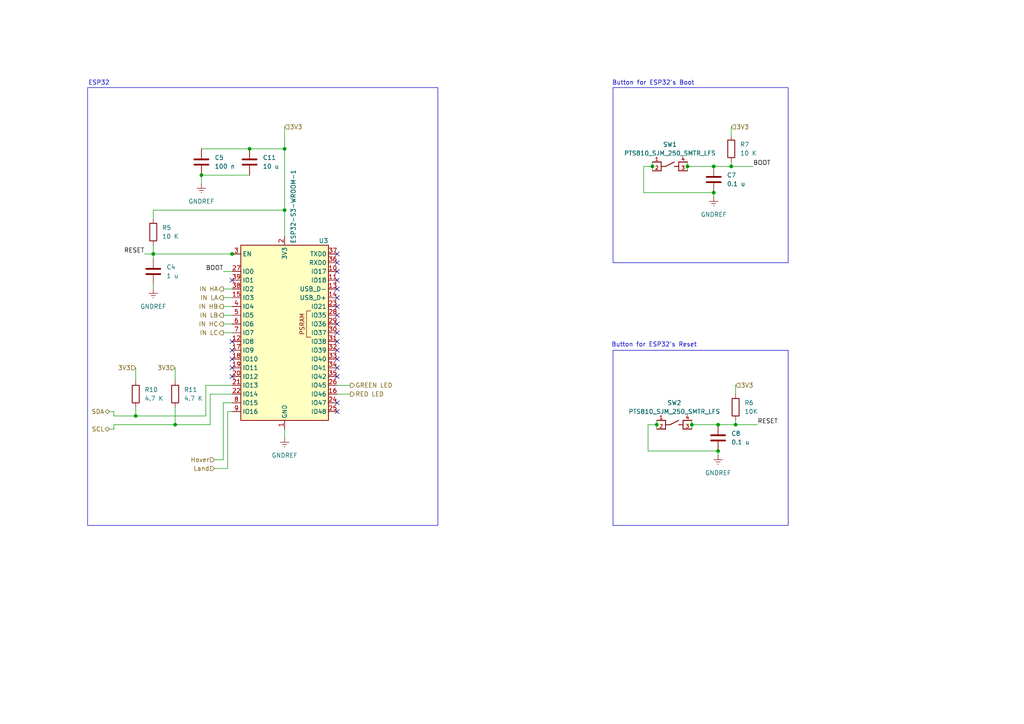
<source format=kicad_sch>
(kicad_sch
	(version 20250114)
	(generator "eeschema")
	(generator_version "9.0")
	(uuid "347ce5a3-a069-4566-8a5e-d6ff669c5f6d")
	(paper "A4")
	(lib_symbols
		(symbol "HMS_SSymbols_Library:C"
			(pin_numbers
				(hide yes)
			)
			(pin_names
				(offset 0.254)
			)
			(exclude_from_sim no)
			(in_bom yes)
			(on_board yes)
			(property "Reference" "C"
				(at 0.635 2.54 0)
				(effects
					(font
						(size 1.27 1.27)
					)
					(justify left)
				)
			)
			(property "Value" "C"
				(at 0.635 -2.54 0)
				(effects
					(font
						(size 1.27 1.27)
					)
					(justify left)
				)
			)
			(property "Footprint" ""
				(at 0.9652 -3.81 0)
				(effects
					(font
						(size 1.27 1.27)
					)
					(hide yes)
				)
			)
			(property "Datasheet" "~"
				(at 0 0 0)
				(effects
					(font
						(size 1.27 1.27)
					)
					(hide yes)
				)
			)
			(property "Description" "Unpolarized capacitor"
				(at 0 0 0)
				(effects
					(font
						(size 1.27 1.27)
					)
					(hide yes)
				)
			)
			(property "ki_keywords" "cap capacitor"
				(at 0 0 0)
				(effects
					(font
						(size 1.27 1.27)
					)
					(hide yes)
				)
			)
			(property "ki_fp_filters" "C_*"
				(at 0 0 0)
				(effects
					(font
						(size 1.27 1.27)
					)
					(hide yes)
				)
			)
			(symbol "C_0_1"
				(polyline
					(pts
						(xy -2.032 0.762) (xy 2.032 0.762)
					)
					(stroke
						(width 0.508)
						(type default)
					)
					(fill
						(type none)
					)
				)
				(polyline
					(pts
						(xy -2.032 -0.762) (xy 2.032 -0.762)
					)
					(stroke
						(width 0.508)
						(type default)
					)
					(fill
						(type none)
					)
				)
			)
			(symbol "C_1_1"
				(pin passive line
					(at 0 3.81 270)
					(length 2.794)
					(name "~"
						(effects
							(font
								(size 1.27 1.27)
							)
						)
					)
					(number "1"
						(effects
							(font
								(size 1.27 1.27)
							)
						)
					)
				)
				(pin passive line
					(at 0 -3.81 90)
					(length 2.794)
					(name "~"
						(effects
							(font
								(size 1.27 1.27)
							)
						)
					)
					(number "2"
						(effects
							(font
								(size 1.27 1.27)
							)
						)
					)
				)
			)
			(embedded_fonts no)
		)
		(symbol "HMS_SSymbols_Library:ESP32-S3-WROOM-1"
			(exclude_from_sim no)
			(in_bom yes)
			(on_board yes)
			(property "Reference" "U"
				(at -12.7 26.67 0)
				(effects
					(font
						(size 1.27 1.27)
					)
				)
			)
			(property "Value" "ESP32-S3-WROOM-1"
				(at 12.7 26.67 0)
				(effects
					(font
						(size 1.27 1.27)
					)
				)
			)
			(property "Footprint" "RF_Module:ESP32-S3-WROOM-1"
				(at 0 2.54 0)
				(effects
					(font
						(size 1.27 1.27)
					)
					(hide yes)
				)
			)
			(property "Datasheet" "https://www.espressif.com/sites/default/files/documentation/esp32-s3-wroom-1_wroom-1u_datasheet_en.pdf"
				(at 0 0 0)
				(effects
					(font
						(size 1.27 1.27)
					)
					(hide yes)
				)
			)
			(property "Description" "RF Module, ESP32-S3 SoC, Wi-Fi 802.11b/g/n, Bluetooth, BLE, 32-bit, 3.3V, onboard antenna, SMD"
				(at 0 0 0)
				(effects
					(font
						(size 1.27 1.27)
					)
					(hide yes)
				)
			)
			(property "ki_keywords" "RF Radio BT ESP ESP32-S3 Espressif onboard PCB antenna"
				(at 0 0 0)
				(effects
					(font
						(size 1.27 1.27)
					)
					(hide yes)
				)
			)
			(property "ki_fp_filters" "ESP32?S3?WROOM?1*"
				(at 0 0 0)
				(effects
					(font
						(size 1.27 1.27)
					)
					(hide yes)
				)
			)
			(symbol "ESP32-S3-WROOM-1_0_0"
				(rectangle
					(start -12.7 25.4)
					(end 12.7 -25.4)
					(stroke
						(width 0.254)
						(type default)
					)
					(fill
						(type background)
					)
				)
				(text "PSRAM"
					(at 5.08 2.54 900)
					(effects
						(font
							(size 1.27 1.27)
						)
					)
				)
			)
			(symbol "ESP32-S3-WROOM-1_0_1"
				(polyline
					(pts
						(xy 7.62 -1.27) (xy 6.35 -1.27) (xy 6.35 6.35) (xy 7.62 6.35)
					)
					(stroke
						(width 0)
						(type default)
					)
					(fill
						(type none)
					)
				)
			)
			(symbol "ESP32-S3-WROOM-1_1_1"
				(pin input line
					(at -15.24 22.86 0)
					(length 2.54)
					(name "EN"
						(effects
							(font
								(size 1.27 1.27)
							)
						)
					)
					(number "3"
						(effects
							(font
								(size 1.27 1.27)
							)
						)
					)
				)
				(pin bidirectional line
					(at -15.24 17.78 0)
					(length 2.54)
					(name "IO0"
						(effects
							(font
								(size 1.27 1.27)
							)
						)
					)
					(number "27"
						(effects
							(font
								(size 1.27 1.27)
							)
						)
					)
				)
				(pin bidirectional line
					(at -15.24 15.24 0)
					(length 2.54)
					(name "IO1"
						(effects
							(font
								(size 1.27 1.27)
							)
						)
					)
					(number "39"
						(effects
							(font
								(size 1.27 1.27)
							)
						)
					)
				)
				(pin bidirectional line
					(at -15.24 12.7 0)
					(length 2.54)
					(name "IO2"
						(effects
							(font
								(size 1.27 1.27)
							)
						)
					)
					(number "38"
						(effects
							(font
								(size 1.27 1.27)
							)
						)
					)
				)
				(pin bidirectional line
					(at -15.24 10.16 0)
					(length 2.54)
					(name "IO3"
						(effects
							(font
								(size 1.27 1.27)
							)
						)
					)
					(number "15"
						(effects
							(font
								(size 1.27 1.27)
							)
						)
					)
				)
				(pin bidirectional line
					(at -15.24 7.62 0)
					(length 2.54)
					(name "IO4"
						(effects
							(font
								(size 1.27 1.27)
							)
						)
					)
					(number "4"
						(effects
							(font
								(size 1.27 1.27)
							)
						)
					)
				)
				(pin bidirectional line
					(at -15.24 5.08 0)
					(length 2.54)
					(name "IO5"
						(effects
							(font
								(size 1.27 1.27)
							)
						)
					)
					(number "5"
						(effects
							(font
								(size 1.27 1.27)
							)
						)
					)
				)
				(pin bidirectional line
					(at -15.24 2.54 0)
					(length 2.54)
					(name "IO6"
						(effects
							(font
								(size 1.27 1.27)
							)
						)
					)
					(number "6"
						(effects
							(font
								(size 1.27 1.27)
							)
						)
					)
				)
				(pin bidirectional line
					(at -15.24 0 0)
					(length 2.54)
					(name "IO7"
						(effects
							(font
								(size 1.27 1.27)
							)
						)
					)
					(number "7"
						(effects
							(font
								(size 1.27 1.27)
							)
						)
					)
				)
				(pin bidirectional line
					(at -15.24 -2.54 0)
					(length 2.54)
					(name "IO8"
						(effects
							(font
								(size 1.27 1.27)
							)
						)
					)
					(number "12"
						(effects
							(font
								(size 1.27 1.27)
							)
						)
					)
				)
				(pin bidirectional line
					(at -15.24 -5.08 0)
					(length 2.54)
					(name "IO9"
						(effects
							(font
								(size 1.27 1.27)
							)
						)
					)
					(number "17"
						(effects
							(font
								(size 1.27 1.27)
							)
						)
					)
				)
				(pin bidirectional line
					(at -15.24 -7.62 0)
					(length 2.54)
					(name "IO10"
						(effects
							(font
								(size 1.27 1.27)
							)
						)
					)
					(number "18"
						(effects
							(font
								(size 1.27 1.27)
							)
						)
					)
				)
				(pin bidirectional line
					(at -15.24 -10.16 0)
					(length 2.54)
					(name "IO11"
						(effects
							(font
								(size 1.27 1.27)
							)
						)
					)
					(number "19"
						(effects
							(font
								(size 1.27 1.27)
							)
						)
					)
				)
				(pin bidirectional line
					(at -15.24 -12.7 0)
					(length 2.54)
					(name "IO12"
						(effects
							(font
								(size 1.27 1.27)
							)
						)
					)
					(number "20"
						(effects
							(font
								(size 1.27 1.27)
							)
						)
					)
				)
				(pin bidirectional line
					(at -15.24 -15.24 0)
					(length 2.54)
					(name "IO13"
						(effects
							(font
								(size 1.27 1.27)
							)
						)
					)
					(number "21"
						(effects
							(font
								(size 1.27 1.27)
							)
						)
					)
				)
				(pin bidirectional line
					(at -15.24 -17.78 0)
					(length 2.54)
					(name "IO14"
						(effects
							(font
								(size 1.27 1.27)
							)
						)
					)
					(number "22"
						(effects
							(font
								(size 1.27 1.27)
							)
						)
					)
				)
				(pin bidirectional line
					(at -15.24 -20.32 0)
					(length 2.54)
					(name "IO15"
						(effects
							(font
								(size 1.27 1.27)
							)
						)
					)
					(number "8"
						(effects
							(font
								(size 1.27 1.27)
							)
						)
					)
				)
				(pin bidirectional line
					(at -15.24 -22.86 0)
					(length 2.54)
					(name "IO16"
						(effects
							(font
								(size 1.27 1.27)
							)
						)
					)
					(number "9"
						(effects
							(font
								(size 1.27 1.27)
							)
						)
					)
				)
				(pin power_in line
					(at 0 27.94 270)
					(length 2.54)
					(name "3V3"
						(effects
							(font
								(size 1.27 1.27)
							)
						)
					)
					(number "2"
						(effects
							(font
								(size 1.27 1.27)
							)
						)
					)
				)
				(pin power_in line
					(at 0 -27.94 90)
					(length 2.54)
					(name "GND"
						(effects
							(font
								(size 1.27 1.27)
							)
						)
					)
					(number "1"
						(effects
							(font
								(size 1.27 1.27)
							)
						)
					)
				)
				(pin passive line
					(at 0 -27.94 90)
					(length 2.54)
					(hide yes)
					(name "GND"
						(effects
							(font
								(size 1.27 1.27)
							)
						)
					)
					(number "40"
						(effects
							(font
								(size 1.27 1.27)
							)
						)
					)
				)
				(pin passive line
					(at 0 -27.94 90)
					(length 2.54)
					(hide yes)
					(name "GND"
						(effects
							(font
								(size 1.27 1.27)
							)
						)
					)
					(number "41"
						(effects
							(font
								(size 1.27 1.27)
							)
						)
					)
				)
				(pin bidirectional line
					(at 15.24 22.86 180)
					(length 2.54)
					(name "TXD0"
						(effects
							(font
								(size 1.27 1.27)
							)
						)
					)
					(number "37"
						(effects
							(font
								(size 1.27 1.27)
							)
						)
					)
				)
				(pin bidirectional line
					(at 15.24 20.32 180)
					(length 2.54)
					(name "RXD0"
						(effects
							(font
								(size 1.27 1.27)
							)
						)
					)
					(number "36"
						(effects
							(font
								(size 1.27 1.27)
							)
						)
					)
				)
				(pin bidirectional line
					(at 15.24 17.78 180)
					(length 2.54)
					(name "IO17"
						(effects
							(font
								(size 1.27 1.27)
							)
						)
					)
					(number "10"
						(effects
							(font
								(size 1.27 1.27)
							)
						)
					)
				)
				(pin bidirectional line
					(at 15.24 15.24 180)
					(length 2.54)
					(name "IO18"
						(effects
							(font
								(size 1.27 1.27)
							)
						)
					)
					(number "11"
						(effects
							(font
								(size 1.27 1.27)
							)
						)
					)
				)
				(pin bidirectional line
					(at 15.24 12.7 180)
					(length 2.54)
					(name "USB_D-"
						(effects
							(font
								(size 1.27 1.27)
							)
						)
					)
					(number "13"
						(effects
							(font
								(size 1.27 1.27)
							)
						)
					)
					(alternate "IO19" bidirectional line)
				)
				(pin bidirectional line
					(at 15.24 10.16 180)
					(length 2.54)
					(name "USB_D+"
						(effects
							(font
								(size 1.27 1.27)
							)
						)
					)
					(number "14"
						(effects
							(font
								(size 1.27 1.27)
							)
						)
					)
					(alternate "IO20" bidirectional line)
				)
				(pin bidirectional line
					(at 15.24 7.62 180)
					(length 2.54)
					(name "IO21"
						(effects
							(font
								(size 1.27 1.27)
							)
						)
					)
					(number "23"
						(effects
							(font
								(size 1.27 1.27)
							)
						)
					)
				)
				(pin bidirectional line
					(at 15.24 5.08 180)
					(length 2.54)
					(name "IO35"
						(effects
							(font
								(size 1.27 1.27)
							)
						)
					)
					(number "28"
						(effects
							(font
								(size 1.27 1.27)
							)
						)
					)
				)
				(pin bidirectional line
					(at 15.24 2.54 180)
					(length 2.54)
					(name "IO36"
						(effects
							(font
								(size 1.27 1.27)
							)
						)
					)
					(number "29"
						(effects
							(font
								(size 1.27 1.27)
							)
						)
					)
				)
				(pin bidirectional line
					(at 15.24 0 180)
					(length 2.54)
					(name "IO37"
						(effects
							(font
								(size 1.27 1.27)
							)
						)
					)
					(number "30"
						(effects
							(font
								(size 1.27 1.27)
							)
						)
					)
				)
				(pin bidirectional line
					(at 15.24 -2.54 180)
					(length 2.54)
					(name "IO38"
						(effects
							(font
								(size 1.27 1.27)
							)
						)
					)
					(number "31"
						(effects
							(font
								(size 1.27 1.27)
							)
						)
					)
				)
				(pin bidirectional line
					(at 15.24 -5.08 180)
					(length 2.54)
					(name "IO39"
						(effects
							(font
								(size 1.27 1.27)
							)
						)
					)
					(number "32"
						(effects
							(font
								(size 1.27 1.27)
							)
						)
					)
				)
				(pin bidirectional line
					(at 15.24 -7.62 180)
					(length 2.54)
					(name "IO40"
						(effects
							(font
								(size 1.27 1.27)
							)
						)
					)
					(number "33"
						(effects
							(font
								(size 1.27 1.27)
							)
						)
					)
				)
				(pin bidirectional line
					(at 15.24 -10.16 180)
					(length 2.54)
					(name "IO41"
						(effects
							(font
								(size 1.27 1.27)
							)
						)
					)
					(number "34"
						(effects
							(font
								(size 1.27 1.27)
							)
						)
					)
				)
				(pin bidirectional line
					(at 15.24 -12.7 180)
					(length 2.54)
					(name "IO42"
						(effects
							(font
								(size 1.27 1.27)
							)
						)
					)
					(number "35"
						(effects
							(font
								(size 1.27 1.27)
							)
						)
					)
				)
				(pin bidirectional line
					(at 15.24 -15.24 180)
					(length 2.54)
					(name "IO45"
						(effects
							(font
								(size 1.27 1.27)
							)
						)
					)
					(number "26"
						(effects
							(font
								(size 1.27 1.27)
							)
						)
					)
				)
				(pin bidirectional line
					(at 15.24 -17.78 180)
					(length 2.54)
					(name "IO46"
						(effects
							(font
								(size 1.27 1.27)
							)
						)
					)
					(number "16"
						(effects
							(font
								(size 1.27 1.27)
							)
						)
					)
				)
				(pin bidirectional line
					(at 15.24 -20.32 180)
					(length 2.54)
					(name "IO47"
						(effects
							(font
								(size 1.27 1.27)
							)
						)
					)
					(number "24"
						(effects
							(font
								(size 1.27 1.27)
							)
						)
					)
				)
				(pin bidirectional line
					(at 15.24 -22.86 180)
					(length 2.54)
					(name "IO48"
						(effects
							(font
								(size 1.27 1.27)
							)
						)
					)
					(number "25"
						(effects
							(font
								(size 1.27 1.27)
							)
						)
					)
				)
			)
			(embedded_fonts no)
		)
		(symbol "HMS_SSymbols_Library:GNDREF"
			(power)
			(pin_numbers
				(hide yes)
			)
			(pin_names
				(offset 0)
				(hide yes)
			)
			(exclude_from_sim no)
			(in_bom yes)
			(on_board yes)
			(property "Reference" "#PWR"
				(at 0 -6.35 0)
				(effects
					(font
						(size 1.27 1.27)
					)
					(hide yes)
				)
			)
			(property "Value" "GNDREF"
				(at 0 -3.81 0)
				(effects
					(font
						(size 1.27 1.27)
					)
				)
			)
			(property "Footprint" ""
				(at 0 0 0)
				(effects
					(font
						(size 1.27 1.27)
					)
					(hide yes)
				)
			)
			(property "Datasheet" ""
				(at 0 0 0)
				(effects
					(font
						(size 1.27 1.27)
					)
					(hide yes)
				)
			)
			(property "Description" "Power symbol creates a global label with name \"GNDREF\" , reference supply ground"
				(at 0 0 0)
				(effects
					(font
						(size 1.27 1.27)
					)
					(hide yes)
				)
			)
			(property "ki_keywords" "global power"
				(at 0 0 0)
				(effects
					(font
						(size 1.27 1.27)
					)
					(hide yes)
				)
			)
			(symbol "GNDREF_0_1"
				(polyline
					(pts
						(xy -0.635 -1.905) (xy 0.635 -1.905)
					)
					(stroke
						(width 0)
						(type default)
					)
					(fill
						(type none)
					)
				)
				(polyline
					(pts
						(xy -0.127 -2.54) (xy 0.127 -2.54)
					)
					(stroke
						(width 0)
						(type default)
					)
					(fill
						(type none)
					)
				)
				(polyline
					(pts
						(xy 0 -1.27) (xy 0 0)
					)
					(stroke
						(width 0)
						(type default)
					)
					(fill
						(type none)
					)
				)
				(polyline
					(pts
						(xy 1.27 -1.27) (xy -1.27 -1.27)
					)
					(stroke
						(width 0)
						(type default)
					)
					(fill
						(type none)
					)
				)
			)
			(symbol "GNDREF_1_1"
				(pin power_in line
					(at 0 0 270)
					(length 0)
					(name "~"
						(effects
							(font
								(size 1.27 1.27)
							)
						)
					)
					(number "1"
						(effects
							(font
								(size 1.27 1.27)
							)
						)
					)
				)
			)
			(embedded_fonts no)
		)
		(symbol "HMS_SSymbols_Library:PTS810_SJM_250_SMTR_LFS"
			(pin_names
				(offset 1.016)
			)
			(exclude_from_sim no)
			(in_bom yes)
			(on_board yes)
			(property "Reference" "SW"
				(at -3.81 1.27 0)
				(effects
					(font
						(size 1.27 1.27)
					)
					(justify left bottom)
				)
			)
			(property "Value" "PTS810_SJM_250_SMTR_LFS"
				(at -5.08 -6.35 0)
				(effects
					(font
						(size 1.27 1.27)
					)
					(justify left bottom)
				)
			)
			(property "Footprint" "PTS810_SJM_250_SMTR_LFS:SW_PTS810_SJM_250_SMTR_LFS"
				(at 0 0 0)
				(effects
					(font
						(size 1.27 1.27)
					)
					(justify bottom)
					(hide yes)
				)
			)
			(property "Datasheet" ""
				(at 0 0 0)
				(effects
					(font
						(size 1.27 1.27)
					)
					(hide yes)
				)
			)
			(property "Description" ""
				(at 0 0 0)
				(effects
					(font
						(size 1.27 1.27)
					)
					(hide yes)
				)
			)
			(property "MANUFACTURER" "CnK"
				(at 0 0 0)
				(effects
					(font
						(size 1.27 1.27)
					)
					(justify bottom)
					(hide yes)
				)
			)
			(property "STANDARD" "Manufacturer Recommendations"
				(at 0 0 0)
				(effects
					(font
						(size 1.27 1.27)
					)
					(justify bottom)
					(hide yes)
				)
			)
			(symbol "PTS810_SJM_250_SMTR_LFS_0_0"
				(polyline
					(pts
						(xy -2.54 0) (xy -5.08 0)
					)
					(stroke
						(width 0.254)
						(type default)
					)
					(fill
						(type none)
					)
				)
				(polyline
					(pts
						(xy -2.54 0) (xy -2.54 -2.54)
					)
					(stroke
						(width 0.254)
						(type default)
					)
					(fill
						(type none)
					)
				)
				(polyline
					(pts
						(xy -2.54 -1.27) (xy -1.27 -1.27)
					)
					(stroke
						(width 0.254)
						(type default)
					)
					(fill
						(type none)
					)
				)
				(polyline
					(pts
						(xy -2.54 -2.54) (xy -5.08 -2.54)
					)
					(stroke
						(width 0.254)
						(type default)
					)
					(fill
						(type none)
					)
				)
				(polyline
					(pts
						(xy -1.27 -1.27) (xy 1.27 0)
					)
					(stroke
						(width 0.254)
						(type default)
					)
					(fill
						(type none)
					)
				)
				(polyline
					(pts
						(xy 1.27 -1.27) (xy 2.54 -1.27)
					)
					(stroke
						(width 0.254)
						(type default)
					)
					(fill
						(type none)
					)
				)
				(polyline
					(pts
						(xy 2.54 0) (xy 2.54 -2.54)
					)
					(stroke
						(width 0.254)
						(type default)
					)
					(fill
						(type none)
					)
				)
				(polyline
					(pts
						(xy 2.54 0) (xy 5.08 0)
					)
					(stroke
						(width 0.254)
						(type default)
					)
					(fill
						(type none)
					)
				)
				(polyline
					(pts
						(xy 2.54 -2.54) (xy 5.08 -2.54)
					)
					(stroke
						(width 0.254)
						(type default)
					)
					(fill
						(type none)
					)
				)
				(pin passive line
					(at -5.08 0 0)
					(length 2.54)
					(name "~"
						(effects
							(font
								(size 1.016 1.016)
							)
						)
					)
					(number "1"
						(effects
							(font
								(size 1.016 1.016)
							)
						)
					)
				)
				(pin passive line
					(at -5.08 -2.54 0)
					(length 2.54)
					(name "~"
						(effects
							(font
								(size 1.016 1.016)
							)
						)
					)
					(number "2"
						(effects
							(font
								(size 1.016 1.016)
							)
						)
					)
				)
				(pin passive line
					(at 5.08 0 180)
					(length 2.54)
					(name "~"
						(effects
							(font
								(size 1.016 1.016)
							)
						)
					)
					(number "4"
						(effects
							(font
								(size 1.016 1.016)
							)
						)
					)
				)
				(pin passive line
					(at 5.08 -2.54 180)
					(length 2.54)
					(name "~"
						(effects
							(font
								(size 1.016 1.016)
							)
						)
					)
					(number "3"
						(effects
							(font
								(size 1.016 1.016)
							)
						)
					)
				)
			)
			(embedded_fonts no)
		)
		(symbol "HMS_SSymbols_Library:R"
			(pin_numbers
				(hide yes)
			)
			(pin_names
				(offset 0)
			)
			(exclude_from_sim no)
			(in_bom yes)
			(on_board yes)
			(property "Reference" "R"
				(at 2.032 0 90)
				(effects
					(font
						(size 1.27 1.27)
					)
				)
			)
			(property "Value" "R"
				(at 0 0 90)
				(effects
					(font
						(size 1.27 1.27)
					)
				)
			)
			(property "Footprint" ""
				(at -1.778 0 90)
				(effects
					(font
						(size 1.27 1.27)
					)
					(hide yes)
				)
			)
			(property "Datasheet" "~"
				(at 0 0 0)
				(effects
					(font
						(size 1.27 1.27)
					)
					(hide yes)
				)
			)
			(property "Description" "Resistor"
				(at 0 0 0)
				(effects
					(font
						(size 1.27 1.27)
					)
					(hide yes)
				)
			)
			(property "ki_keywords" "R res resistor"
				(at 0 0 0)
				(effects
					(font
						(size 1.27 1.27)
					)
					(hide yes)
				)
			)
			(property "ki_fp_filters" "R_*"
				(at 0 0 0)
				(effects
					(font
						(size 1.27 1.27)
					)
					(hide yes)
				)
			)
			(symbol "R_0_1"
				(rectangle
					(start -1.016 -2.54)
					(end 1.016 2.54)
					(stroke
						(width 0.254)
						(type default)
					)
					(fill
						(type none)
					)
				)
			)
			(symbol "R_1_1"
				(pin passive line
					(at 0 3.81 270)
					(length 1.27)
					(name "~"
						(effects
							(font
								(size 1.27 1.27)
							)
						)
					)
					(number "1"
						(effects
							(font
								(size 1.27 1.27)
							)
						)
					)
				)
				(pin passive line
					(at 0 -3.81 90)
					(length 1.27)
					(name "~"
						(effects
							(font
								(size 1.27 1.27)
							)
						)
					)
					(number "2"
						(effects
							(font
								(size 1.27 1.27)
							)
						)
					)
				)
			)
			(embedded_fonts no)
		)
	)
	(rectangle
		(start 177.8 25.4)
		(end 228.6 76.2)
		(stroke
			(width 0)
			(type default)
		)
		(fill
			(type none)
		)
		(uuid 511da302-4198-4e78-bddc-4caf39e525b7)
	)
	(rectangle
		(start 177.8 101.6)
		(end 228.6 152.4)
		(stroke
			(width 0)
			(type default)
		)
		(fill
			(type none)
		)
		(uuid 6f84ca28-293d-455c-8497-be2dcba90f62)
	)
	(rectangle
		(start 25.4 25.4)
		(end 127 152.4)
		(stroke
			(width 0)
			(type default)
		)
		(fill
			(type none)
		)
		(uuid e74ca1a8-c2bd-4fee-9767-71c1722417c6)
	)
	(text "ESP32"
		(exclude_from_sim no)
		(at 28.702 24.13 0)
		(effects
			(font
				(size 1.27 1.27)
			)
		)
		(uuid "53a321e6-cf80-4177-bc44-7d1e796be1d5")
	)
	(text "Button for ESP32's Boot"
		(exclude_from_sim no)
		(at 189.484 24.13 0)
		(effects
			(font
				(size 1.27 1.27)
			)
		)
		(uuid "665172cc-c13f-408e-81a8-30c2a1d93ab9")
	)
	(text "Button for ESP32's Reset"
		(exclude_from_sim no)
		(at 189.738 100.076 0)
		(effects
			(font
				(size 1.27 1.27)
			)
		)
		(uuid "b94efa97-0cb6-4ec9-b9d0-4d7ae5642e7b")
	)
	(junction
		(at 207.01 55.88)
		(diameter 0)
		(color 0 0 0 0)
		(uuid "02006c97-fe3f-4ec5-8bf0-21c2db40c3e4")
	)
	(junction
		(at 39.37 120.65)
		(diameter 0)
		(color 0 0 0 0)
		(uuid "02fe17bd-5459-4f8a-912b-1beafc3568b7")
	)
	(junction
		(at 208.28 130.81)
		(diameter 0)
		(color 0 0 0 0)
		(uuid "0d8e93ad-1c50-406f-bd56-8d51218c0e1e")
	)
	(junction
		(at 82.55 43.18)
		(diameter 0)
		(color 0 0 0 0)
		(uuid "385bf7d2-569f-486a-ac59-da0d87c192a1")
	)
	(junction
		(at 207.01 48.26)
		(diameter 0)
		(color 0 0 0 0)
		(uuid "44959eb3-98b9-4e8e-9981-aa56c4e1f61d")
	)
	(junction
		(at 67.31 73.66)
		(diameter 0)
		(color 0 0 0 0)
		(uuid "4b33348d-6e2c-430d-bede-6ad26a2be4f6")
	)
	(junction
		(at 44.45 73.66)
		(diameter 0)
		(color 0 0 0 0)
		(uuid "68709498-8a5c-476e-9616-b56617a96ead")
	)
	(junction
		(at 50.8 123.19)
		(diameter 0)
		(color 0 0 0 0)
		(uuid "7c036315-6a4c-4a2d-b2c2-ef43586374d1")
	)
	(junction
		(at 213.36 123.19)
		(diameter 0)
		(color 0 0 0 0)
		(uuid "823e6be6-d202-4620-a88a-96bd1e42ad30")
	)
	(junction
		(at 199.39 48.26)
		(diameter 0)
		(color 0 0 0 0)
		(uuid "8a36580b-74bb-4ffc-a34d-f01b46763666")
	)
	(junction
		(at 200.66 123.19)
		(diameter 0)
		(color 0 0 0 0)
		(uuid "92d9fd93-e517-4b50-a48e-ab1439a2d84a")
	)
	(junction
		(at 190.5 123.19)
		(diameter 0)
		(color 0 0 0 0)
		(uuid "9da5742e-f1c6-4297-9969-83bf70eb92b1")
	)
	(junction
		(at 212.09 48.26)
		(diameter 0)
		(color 0 0 0 0)
		(uuid "a40ab2ee-174e-4c15-97dd-22f526c79511")
	)
	(junction
		(at 208.28 123.19)
		(diameter 0)
		(color 0 0 0 0)
		(uuid "ae0eeaee-15af-4ed3-89cd-3ea24c8a75a0")
	)
	(junction
		(at 189.23 48.26)
		(diameter 0)
		(color 0 0 0 0)
		(uuid "caeeeb18-0bae-42a6-b093-5eafbd732ae2")
	)
	(junction
		(at 58.42 50.8)
		(diameter 0)
		(color 0 0 0 0)
		(uuid "ccb00a6b-5d86-4832-a57c-82bdab5522f2")
	)
	(junction
		(at 72.39 43.18)
		(diameter 0)
		(color 0 0 0 0)
		(uuid "d34c6a52-5ad9-48be-b58a-fd9dce3e1253")
	)
	(junction
		(at 82.55 60.96)
		(diameter 0)
		(color 0 0 0 0)
		(uuid "fcc304a0-001c-412f-b0f4-d3367c0dfdff")
	)
	(no_connect
		(at 97.79 109.22)
		(uuid "0d4f21a0-5474-45e8-a66a-55ffa9712345")
	)
	(no_connect
		(at 97.79 93.98)
		(uuid "0e8ab41b-5266-4968-ae14-286dcee0e779")
	)
	(no_connect
		(at 97.79 104.14)
		(uuid "173acc47-02bf-49e5-9c87-15b9095ef065")
	)
	(no_connect
		(at 97.79 76.2)
		(uuid "17a27061-00c9-444c-893a-c587f15933cc")
	)
	(no_connect
		(at 97.79 106.68)
		(uuid "2825c0f4-fd45-4293-a265-d833fba6a525")
	)
	(no_connect
		(at 67.31 109.22)
		(uuid "2a758d45-bde0-410e-8ff7-7e876bf0b05c")
	)
	(no_connect
		(at 97.79 96.52)
		(uuid "2e78c775-e806-48b4-948e-cc390b7873fe")
	)
	(no_connect
		(at 67.31 104.14)
		(uuid "3139b4c0-4af4-4d1d-a816-4b812ebbd4e2")
	)
	(no_connect
		(at 97.79 81.28)
		(uuid "3e136c86-e2bf-40a0-929f-20985785dd0b")
	)
	(no_connect
		(at 97.79 116.84)
		(uuid "67e3c903-0bcc-4756-b69f-0697aa516aeb")
	)
	(no_connect
		(at 67.31 101.6)
		(uuid "6f96938c-2b8d-4981-90cc-61dbe80699c9")
	)
	(no_connect
		(at 97.79 78.74)
		(uuid "78ff78d1-0b12-4c5b-af3f-e90f4cfad076")
	)
	(no_connect
		(at 97.79 119.38)
		(uuid "7db4f81e-49f0-439a-b923-3057e31d9e53")
	)
	(no_connect
		(at 67.31 99.06)
		(uuid "93db28e1-beda-4ab3-98ed-1b26d5a2d221")
	)
	(no_connect
		(at 67.31 81.28)
		(uuid "9e0dcbc0-d759-4270-bbda-b61e16ba4274")
	)
	(no_connect
		(at 97.79 83.82)
		(uuid "a10f8938-22c0-4476-be89-5cfa1e7a8911")
	)
	(no_connect
		(at 97.79 101.6)
		(uuid "b734c262-a1bc-4d7f-a775-ad6b4435a448")
	)
	(no_connect
		(at 97.79 99.06)
		(uuid "c1e87cf0-b128-4789-9c3c-a1627a9999f8")
	)
	(no_connect
		(at 97.79 73.66)
		(uuid "ecff4ee9-a833-405f-82e0-6473b634ba9d")
	)
	(no_connect
		(at 97.79 88.9)
		(uuid "ed652444-00a0-4c3f-b364-540c616541fc")
	)
	(no_connect
		(at 97.79 91.44)
		(uuid "ed9bf357-b02a-43bb-9703-71a9bc3f40cc")
	)
	(no_connect
		(at 67.31 106.68)
		(uuid "f3083cfd-f578-4e81-ada5-a0cf404c4816")
	)
	(no_connect
		(at 97.79 86.36)
		(uuid "f350dcea-12a0-4d30-a905-811bc06e5697")
	)
	(wire
		(pts
			(xy 44.45 73.66) (xy 44.45 74.93)
		)
		(stroke
			(width 0)
			(type default)
		)
		(uuid "03e6b301-5395-4947-bfa5-76674efd6e20")
	)
	(wire
		(pts
			(xy 72.39 43.18) (xy 82.55 43.18)
		)
		(stroke
			(width 0)
			(type default)
		)
		(uuid "08072f08-e0ae-41bc-a2a9-3a032ae8ebf4")
	)
	(wire
		(pts
			(xy 58.42 43.18) (xy 72.39 43.18)
		)
		(stroke
			(width 0)
			(type default)
		)
		(uuid "0807bac5-f3bd-4842-aa95-535bc380d121")
	)
	(wire
		(pts
			(xy 64.77 91.44) (xy 67.31 91.44)
		)
		(stroke
			(width 0)
			(type default)
		)
		(uuid "0c7fe252-a354-4cc1-a698-80d0e7cfc31a")
	)
	(wire
		(pts
			(xy 64.77 93.98) (xy 67.31 93.98)
		)
		(stroke
			(width 0)
			(type default)
		)
		(uuid "1bce25d6-11f9-45fc-86a0-937a282784f7")
	)
	(wire
		(pts
			(xy 186.69 48.26) (xy 189.23 48.26)
		)
		(stroke
			(width 0)
			(type default)
		)
		(uuid "1e1200f4-27f9-4365-92cb-7c66ecace9cb")
	)
	(wire
		(pts
			(xy 82.55 43.18) (xy 82.55 60.96)
		)
		(stroke
			(width 0)
			(type default)
		)
		(uuid "23db3e62-0175-4381-ae21-db9c29df50af")
	)
	(wire
		(pts
			(xy 67.31 111.76) (xy 59.69 111.76)
		)
		(stroke
			(width 0)
			(type default)
		)
		(uuid "2419ed0e-c3f2-4f20-97be-1f50df1dcf12")
	)
	(wire
		(pts
			(xy 213.36 121.92) (xy 213.36 123.19)
		)
		(stroke
			(width 0)
			(type default)
		)
		(uuid "29aaa929-bb84-4cc7-9d1e-839d75f3e600")
	)
	(wire
		(pts
			(xy 64.77 96.52) (xy 67.31 96.52)
		)
		(stroke
			(width 0)
			(type default)
		)
		(uuid "2a9ae2b0-a820-4cc5-b34c-c84a4d4a5f5f")
	)
	(wire
		(pts
			(xy 33.02 120.65) (xy 39.37 120.65)
		)
		(stroke
			(width 0)
			(type default)
		)
		(uuid "323010df-87d1-4a67-b255-a33c9bf90bd1")
	)
	(wire
		(pts
			(xy 82.55 60.96) (xy 82.55 68.58)
		)
		(stroke
			(width 0)
			(type default)
		)
		(uuid "395dab93-8f9c-4af9-b3cc-d77abef228d0")
	)
	(wire
		(pts
			(xy 200.66 123.19) (xy 200.66 124.46)
		)
		(stroke
			(width 0)
			(type default)
		)
		(uuid "3b792596-5570-48ac-8638-fc97fbe7b12f")
	)
	(wire
		(pts
			(xy 64.77 133.35) (xy 64.77 116.84)
		)
		(stroke
			(width 0)
			(type default)
		)
		(uuid "40ef8a24-8ea2-4662-88c2-4df27c7dc5c9")
	)
	(wire
		(pts
			(xy 213.36 123.19) (xy 219.71 123.19)
		)
		(stroke
			(width 0)
			(type default)
		)
		(uuid "411b529a-c941-4ef0-b7b1-f15f503c4429")
	)
	(wire
		(pts
			(xy 208.28 130.81) (xy 208.28 132.08)
		)
		(stroke
			(width 0)
			(type default)
		)
		(uuid "422149ca-a571-414e-9ada-46c71cc1ca15")
	)
	(wire
		(pts
			(xy 208.28 123.19) (xy 213.36 123.19)
		)
		(stroke
			(width 0)
			(type default)
		)
		(uuid "45749b7d-d713-4738-93cf-ec1ac602b840")
	)
	(wire
		(pts
			(xy 58.42 50.8) (xy 72.39 50.8)
		)
		(stroke
			(width 0)
			(type default)
		)
		(uuid "47349819-aba0-410f-8db1-0dd17046784a")
	)
	(wire
		(pts
			(xy 50.8 106.68) (xy 50.8 110.49)
		)
		(stroke
			(width 0)
			(type default)
		)
		(uuid "474b9be7-7a79-4813-a1a0-73f147c8f863")
	)
	(wire
		(pts
			(xy 39.37 118.11) (xy 39.37 120.65)
		)
		(stroke
			(width 0)
			(type default)
		)
		(uuid "47d2f7fa-530a-4dd2-a82d-e2c9ed286350")
	)
	(wire
		(pts
			(xy 199.39 48.26) (xy 199.39 49.53)
		)
		(stroke
			(width 0)
			(type default)
		)
		(uuid "4d3a0736-ce8b-44c7-aa77-db560b23a161")
	)
	(wire
		(pts
			(xy 58.42 50.8) (xy 58.42 53.34)
		)
		(stroke
			(width 0)
			(type default)
		)
		(uuid "4ee7b72a-827f-40fd-abc6-49a994719a24")
	)
	(wire
		(pts
			(xy 213.36 111.76) (xy 213.36 114.3)
		)
		(stroke
			(width 0)
			(type default)
		)
		(uuid "4f44f0cc-d54e-4474-b677-c3913adecc3a")
	)
	(wire
		(pts
			(xy 62.23 135.89) (xy 66.04 135.89)
		)
		(stroke
			(width 0)
			(type default)
		)
		(uuid "51b0199d-7abb-4d2e-a9b4-835098b6fc7e")
	)
	(wire
		(pts
			(xy 64.77 88.9) (xy 67.31 88.9)
		)
		(stroke
			(width 0)
			(type default)
		)
		(uuid "5223a697-0bd9-4b55-9466-e3b31ef08b71")
	)
	(wire
		(pts
			(xy 41.91 73.66) (xy 44.45 73.66)
		)
		(stroke
			(width 0)
			(type default)
		)
		(uuid "525335e5-26cd-4e41-bfc0-4a8ca32f0085")
	)
	(wire
		(pts
			(xy 199.39 46.99) (xy 199.39 48.26)
		)
		(stroke
			(width 0)
			(type default)
		)
		(uuid "5498523c-6abe-4cce-b0ba-9b5cd202d187")
	)
	(wire
		(pts
			(xy 82.55 36.83) (xy 82.55 43.18)
		)
		(stroke
			(width 0)
			(type default)
		)
		(uuid "574f0705-c70c-4b12-8919-99089a4e2b75")
	)
	(wire
		(pts
			(xy 187.96 123.19) (xy 187.96 130.81)
		)
		(stroke
			(width 0)
			(type default)
		)
		(uuid "5c1ef18c-dfa9-40e2-ae4c-2c58d5253309")
	)
	(wire
		(pts
			(xy 31.75 119.38) (xy 33.02 119.38)
		)
		(stroke
			(width 0)
			(type default)
		)
		(uuid "5c331cf6-6471-4ce3-bbbe-b02b9daced73")
	)
	(wire
		(pts
			(xy 59.69 111.76) (xy 59.69 120.65)
		)
		(stroke
			(width 0)
			(type default)
		)
		(uuid "5caa1019-3e37-4af7-b61e-796a83750b18")
	)
	(wire
		(pts
			(xy 39.37 106.68) (xy 39.37 110.49)
		)
		(stroke
			(width 0)
			(type default)
		)
		(uuid "5d829085-7ea3-448c-addd-0828b4ec3afe")
	)
	(wire
		(pts
			(xy 212.09 36.83) (xy 212.09 39.37)
		)
		(stroke
			(width 0)
			(type default)
		)
		(uuid "5e684ee4-0b71-4a28-81c3-1531679fc5f5")
	)
	(wire
		(pts
			(xy 186.69 55.88) (xy 207.01 55.88)
		)
		(stroke
			(width 0)
			(type default)
		)
		(uuid "62068e3c-9cb1-4bf9-9545-d1b41d725249")
	)
	(wire
		(pts
			(xy 200.66 121.92) (xy 200.66 123.19)
		)
		(stroke
			(width 0)
			(type default)
		)
		(uuid "62529028-8295-42d3-9c4b-0938a9d8a732")
	)
	(wire
		(pts
			(xy 69.85 73.66) (xy 67.31 73.66)
		)
		(stroke
			(width 0)
			(type default)
		)
		(uuid "63a6cd73-46bb-4e9b-bd73-dcda58ff8801")
	)
	(wire
		(pts
			(xy 44.45 60.96) (xy 82.55 60.96)
		)
		(stroke
			(width 0)
			(type default)
		)
		(uuid "6ac6b751-f500-44b8-86dd-27eca8037475")
	)
	(wire
		(pts
			(xy 101.6 111.76) (xy 97.79 111.76)
		)
		(stroke
			(width 0)
			(type default)
		)
		(uuid "6b9cac23-766f-4e0c-97d9-1cf4c99b2cbd")
	)
	(wire
		(pts
			(xy 50.8 118.11) (xy 50.8 123.19)
		)
		(stroke
			(width 0)
			(type default)
		)
		(uuid "724a8088-6f04-4493-99cf-72ef547e4865")
	)
	(wire
		(pts
			(xy 190.5 123.19) (xy 190.5 124.46)
		)
		(stroke
			(width 0)
			(type default)
		)
		(uuid "743cd748-c492-4c5b-9c66-8c8cf91cdc27")
	)
	(wire
		(pts
			(xy 189.23 46.99) (xy 189.23 48.26)
		)
		(stroke
			(width 0)
			(type default)
		)
		(uuid "7489d840-c5d2-487f-8630-8d366230e8cc")
	)
	(wire
		(pts
			(xy 44.45 73.66) (xy 67.31 73.66)
		)
		(stroke
			(width 0)
			(type default)
		)
		(uuid "78258556-ba39-48e3-ad30-d6725074fb2a")
	)
	(wire
		(pts
			(xy 187.96 123.19) (xy 190.5 123.19)
		)
		(stroke
			(width 0)
			(type default)
		)
		(uuid "79e95c86-ca92-4fdc-a172-ab9b3c3b6cb9")
	)
	(wire
		(pts
			(xy 64.77 116.84) (xy 67.31 116.84)
		)
		(stroke
			(width 0)
			(type default)
		)
		(uuid "8a00adc0-dd42-4e79-8ac0-c3b41b9c5132")
	)
	(wire
		(pts
			(xy 59.69 120.65) (xy 39.37 120.65)
		)
		(stroke
			(width 0)
			(type default)
		)
		(uuid "8c06ad10-bdc1-49a5-a526-a489b33338c4")
	)
	(wire
		(pts
			(xy 33.02 123.19) (xy 50.8 123.19)
		)
		(stroke
			(width 0)
			(type default)
		)
		(uuid "8e2f5111-7728-4591-9654-067850d13b17")
	)
	(wire
		(pts
			(xy 66.04 119.38) (xy 67.31 119.38)
		)
		(stroke
			(width 0)
			(type default)
		)
		(uuid "9561c6f8-ad7a-4af1-b103-fe2470ca8795")
	)
	(wire
		(pts
			(xy 33.02 119.38) (xy 33.02 120.65)
		)
		(stroke
			(width 0)
			(type default)
		)
		(uuid "982f17c7-361b-4d28-8976-eb9c90d3bd7e")
	)
	(wire
		(pts
			(xy 44.45 82.55) (xy 44.45 83.82)
		)
		(stroke
			(width 0)
			(type default)
		)
		(uuid "9cc96f65-917d-4fe8-a13e-7f9d5af50fc1")
	)
	(wire
		(pts
			(xy 33.02 124.46) (xy 33.02 123.19)
		)
		(stroke
			(width 0)
			(type default)
		)
		(uuid "a0fa8af4-620a-4e58-b6c1-0d6be7387fe9")
	)
	(wire
		(pts
			(xy 212.09 46.99) (xy 212.09 48.26)
		)
		(stroke
			(width 0)
			(type default)
		)
		(uuid "a25165ab-c19b-425f-a245-cb1c94e53c3f")
	)
	(wire
		(pts
			(xy 190.5 123.19) (xy 190.5 121.92)
		)
		(stroke
			(width 0)
			(type default)
		)
		(uuid "a7717742-d93f-42ce-b15c-f981bb93e2c7")
	)
	(wire
		(pts
			(xy 64.77 86.36) (xy 67.31 86.36)
		)
		(stroke
			(width 0)
			(type default)
		)
		(uuid "a777aacd-9922-47d3-bdeb-c4d1f5ece744")
	)
	(wire
		(pts
			(xy 189.23 48.26) (xy 189.23 49.53)
		)
		(stroke
			(width 0)
			(type default)
		)
		(uuid "a844ca1b-8ddf-41b7-8466-97e417a04a47")
	)
	(wire
		(pts
			(xy 212.09 48.26) (xy 218.44 48.26)
		)
		(stroke
			(width 0)
			(type default)
		)
		(uuid "b7e1a844-695b-488f-9f89-bdff50f3ec0e")
	)
	(wire
		(pts
			(xy 60.96 114.3) (xy 60.96 123.19)
		)
		(stroke
			(width 0)
			(type default)
		)
		(uuid "ba32062d-5f2c-45eb-a3a0-9f7cbca5d7fa")
	)
	(wire
		(pts
			(xy 64.77 83.82) (xy 67.31 83.82)
		)
		(stroke
			(width 0)
			(type default)
		)
		(uuid "c0df6689-e29c-4074-956e-7fab5312af90")
	)
	(wire
		(pts
			(xy 187.96 130.81) (xy 208.28 130.81)
		)
		(stroke
			(width 0)
			(type default)
		)
		(uuid "c61bd269-b80a-4dc0-9fb2-c003f9ada778")
	)
	(wire
		(pts
			(xy 200.66 123.19) (xy 208.28 123.19)
		)
		(stroke
			(width 0)
			(type default)
		)
		(uuid "c90a3a71-de5b-40ee-b527-1f147b62e67a")
	)
	(wire
		(pts
			(xy 199.39 48.26) (xy 207.01 48.26)
		)
		(stroke
			(width 0)
			(type default)
		)
		(uuid "cca2f468-a3ca-45d3-af63-856779859579")
	)
	(wire
		(pts
			(xy 62.23 133.35) (xy 64.77 133.35)
		)
		(stroke
			(width 0)
			(type default)
		)
		(uuid "ce2beb0b-4ddc-4cf8-a036-6385dec04074")
	)
	(wire
		(pts
			(xy 64.77 78.74) (xy 67.31 78.74)
		)
		(stroke
			(width 0)
			(type default)
		)
		(uuid "d19b5b37-84f0-49d6-a9a7-e6f69353ba7e")
	)
	(wire
		(pts
			(xy 207.01 48.26) (xy 212.09 48.26)
		)
		(stroke
			(width 0)
			(type default)
		)
		(uuid "d1d74948-0fb2-4b9f-a6e6-e15a002ed150")
	)
	(wire
		(pts
			(xy 101.6 114.3) (xy 97.79 114.3)
		)
		(stroke
			(width 0)
			(type default)
		)
		(uuid "d2d34aa8-2f61-43d9-9a17-c6bd23aee290")
	)
	(wire
		(pts
			(xy 44.45 60.96) (xy 44.45 63.5)
		)
		(stroke
			(width 0)
			(type default)
		)
		(uuid "d4c2a0a4-734d-4f81-98fc-f2d01c7685bc")
	)
	(wire
		(pts
			(xy 44.45 71.12) (xy 44.45 73.66)
		)
		(stroke
			(width 0)
			(type default)
		)
		(uuid "d58f3bda-28f5-4d61-9d85-edab2fe4bbf6")
	)
	(wire
		(pts
			(xy 31.75 124.46) (xy 33.02 124.46)
		)
		(stroke
			(width 0)
			(type default)
		)
		(uuid "e9ac9bf8-610b-4ed7-82e9-429e182a589b")
	)
	(wire
		(pts
			(xy 50.8 123.19) (xy 60.96 123.19)
		)
		(stroke
			(width 0)
			(type default)
		)
		(uuid "eef0e948-0d54-4652-94ed-c1f6b6984e05")
	)
	(wire
		(pts
			(xy 66.04 135.89) (xy 66.04 119.38)
		)
		(stroke
			(width 0)
			(type default)
		)
		(uuid "eff14403-9b7e-4d9f-bb5a-33c9df4428b0")
	)
	(wire
		(pts
			(xy 67.31 114.3) (xy 60.96 114.3)
		)
		(stroke
			(width 0)
			(type default)
		)
		(uuid "f0580a8c-cc52-4e4a-8caf-537364240c69")
	)
	(wire
		(pts
			(xy 207.01 55.88) (xy 207.01 57.15)
		)
		(stroke
			(width 0)
			(type default)
		)
		(uuid "f0ec7ee0-15b1-4b88-8847-6e7acd16b1d7")
	)
	(wire
		(pts
			(xy 186.69 48.26) (xy 186.69 55.88)
		)
		(stroke
			(width 0)
			(type default)
		)
		(uuid "f5ef9b80-edce-48eb-9949-a23d33dc7d57")
	)
	(wire
		(pts
			(xy 82.55 127) (xy 82.55 124.46)
		)
		(stroke
			(width 0)
			(type default)
		)
		(uuid "fb3dd81a-520c-400e-b157-258f09761722")
	)
	(label "BOOT"
		(at 64.77 78.74 180)
		(effects
			(font
				(size 1.27 1.27)
			)
			(justify right bottom)
		)
		(uuid "2cfde32a-3b29-4bc1-9185-26cb7c54cb0f")
	)
	(label "RESET"
		(at 41.91 73.66 180)
		(effects
			(font
				(size 1.27 1.27)
			)
			(justify right bottom)
		)
		(uuid "7e4962de-6d34-4f11-bcc2-b27aa0ec383b")
	)
	(label "RESET"
		(at 219.71 123.19 0)
		(effects
			(font
				(size 1.27 1.27)
			)
			(justify left bottom)
		)
		(uuid "a75f4bbe-257c-4299-8348-b630c033e223")
	)
	(label "BOOT"
		(at 218.44 48.26 0)
		(effects
			(font
				(size 1.27 1.27)
			)
			(justify left bottom)
		)
		(uuid "ddff1fd5-2e5e-4426-a400-c24b1cd623b3")
	)
	(hierarchical_label "SCL"
		(shape bidirectional)
		(at 31.75 124.46 180)
		(effects
			(font
				(size 1.27 1.27)
			)
			(justify right)
		)
		(uuid "049f650b-2ff1-480a-b44f-63f7d7f50c0f")
	)
	(hierarchical_label "Land"
		(shape input)
		(at 62.23 135.89 180)
		(effects
			(font
				(size 1.27 1.27)
			)
			(justify right)
		)
		(uuid "1131d9f3-b930-4afb-bfcd-dfc3199912a0")
	)
	(hierarchical_label "IN HA"
		(shape output)
		(at 64.77 83.82 180)
		(effects
			(font
				(size 1.27 1.27)
			)
			(justify right)
		)
		(uuid "3501bda7-48ba-4d6d-883c-f344595e0b40")
	)
	(hierarchical_label "IN HC"
		(shape output)
		(at 64.77 93.98 180)
		(effects
			(font
				(size 1.27 1.27)
			)
			(justify right)
		)
		(uuid "451224ce-ff1a-42d1-b122-f1f25a525c68")
	)
	(hierarchical_label "IN LB"
		(shape output)
		(at 64.77 91.44 180)
		(effects
			(font
				(size 1.27 1.27)
			)
			(justify right)
		)
		(uuid "5ba9e4f4-0a8b-48f1-b7f4-972f77d691b1")
	)
	(hierarchical_label "3V3"
		(shape input)
		(at 82.55 36.83 0)
		(effects
			(font
				(size 1.27 1.27)
			)
			(justify left)
		)
		(uuid "5f25596a-6704-4391-9f91-27f4caeafa71")
	)
	(hierarchical_label "RED LED"
		(shape output)
		(at 101.6 114.3 0)
		(effects
			(font
				(size 1.27 1.27)
			)
			(justify left)
		)
		(uuid "7ceb63f3-45e6-4804-8fa2-6502c047b69e")
	)
	(hierarchical_label "Hover"
		(shape input)
		(at 62.23 133.35 180)
		(effects
			(font
				(size 1.27 1.27)
			)
			(justify right)
		)
		(uuid "935ca325-8544-4aaa-94f5-1d154c76b407")
	)
	(hierarchical_label "3V3"
		(shape input)
		(at 212.09 36.83 0)
		(effects
			(font
				(size 1.27 1.27)
			)
			(justify left)
		)
		(uuid "98a7a36d-7341-4f76-ba94-cc7c19c68e15")
	)
	(hierarchical_label "GREEN LED"
		(shape output)
		(at 101.6 111.76 0)
		(effects
			(font
				(size 1.27 1.27)
			)
			(justify left)
		)
		(uuid "adcd421c-cdf6-4831-b164-fbc82ef39269")
	)
	(hierarchical_label "IN HB"
		(shape output)
		(at 64.77 88.9 180)
		(effects
			(font
				(size 1.27 1.27)
			)
			(justify right)
		)
		(uuid "b16be4b2-aaf1-43ae-accb-6f5480458c21")
	)
	(hierarchical_label "IN LC"
		(shape output)
		(at 64.77 96.52 180)
		(effects
			(font
				(size 1.27 1.27)
			)
			(justify right)
		)
		(uuid "ce3b0637-00e9-4562-b195-7992e5192c35")
	)
	(hierarchical_label "SDA"
		(shape bidirectional)
		(at 31.75 119.38 180)
		(effects
			(font
				(size 1.27 1.27)
			)
			(justify right)
		)
		(uuid "cefcfcf3-4728-46c6-a398-d65a4cca5ad8")
	)
	(hierarchical_label "IN LA"
		(shape output)
		(at 64.77 86.36 180)
		(effects
			(font
				(size 1.27 1.27)
			)
			(justify right)
		)
		(uuid "d6557d35-6485-4db4-abc6-18eec7fee790")
	)
	(hierarchical_label "3V3"
		(shape input)
		(at 50.8 106.68 180)
		(effects
			(font
				(size 1.27 1.27)
			)
			(justify right)
		)
		(uuid "e61ca66f-6d16-4218-a438-12ff33e2cf7d")
	)
	(hierarchical_label "3V3"
		(shape input)
		(at 213.36 111.76 0)
		(effects
			(font
				(size 1.27 1.27)
			)
			(justify left)
		)
		(uuid "f5a7f50f-8d94-4750-bc92-ddd5dc0d2402")
	)
	(hierarchical_label "3V3"
		(shape input)
		(at 39.37 106.68 180)
		(effects
			(font
				(size 1.27 1.27)
			)
			(justify right)
		)
		(uuid "f692448f-38fa-4838-8f23-c70735665483")
	)
	(symbol
		(lib_id "HMS_SSymbols_Library:C")
		(at 44.45 78.74 0)
		(unit 1)
		(exclude_from_sim no)
		(in_bom yes)
		(on_board yes)
		(dnp no)
		(fields_autoplaced yes)
		(uuid "0e9dbed2-c856-45a7-a397-55a5d9532ff7")
		(property "Reference" "C4"
			(at 48.26 77.4699 0)
			(effects
				(font
					(size 1.27 1.27)
				)
				(justify left)
			)
		)
		(property "Value" "1 u"
			(at 48.26 80.0099 0)
			(effects
				(font
					(size 1.27 1.27)
				)
				(justify left)
			)
		)
		(property "Footprint" ""
			(at 45.4152 82.55 0)
			(effects
				(font
					(size 1.27 1.27)
				)
				(hide yes)
			)
		)
		(property "Datasheet" "~"
			(at 44.45 78.74 0)
			(effects
				(font
					(size 1.27 1.27)
				)
				(hide yes)
			)
		)
		(property "Description" "Unpolarized capacitor"
			(at 44.45 78.74 0)
			(effects
				(font
					(size 1.27 1.27)
				)
				(hide yes)
			)
		)
		(pin "2"
			(uuid "b3967640-ffa0-4943-ba54-feb9a8694117")
		)
		(pin "1"
			(uuid "0eefca3e-d5eb-4c74-a6b5-413b2e3d8eb7")
		)
		(instances
			(project "HMS"
				(path "/f58d4a15-dad3-4b2d-a625-0883ffa8695e/54963e36-cffa-4308-9618-770c45afa67c"
					(reference "C4")
					(unit 1)
				)
			)
		)
	)
	(symbol
		(lib_id "HMS_SSymbols_Library:C")
		(at 208.28 127 0)
		(unit 1)
		(exclude_from_sim no)
		(in_bom yes)
		(on_board yes)
		(dnp no)
		(fields_autoplaced yes)
		(uuid "13110e39-ddea-4185-8aca-a027f3d5805a")
		(property "Reference" "C8"
			(at 212.09 125.7299 0)
			(effects
				(font
					(size 1.27 1.27)
				)
				(justify left)
			)
		)
		(property "Value" "0.1 u"
			(at 212.09 128.2699 0)
			(effects
				(font
					(size 1.27 1.27)
				)
				(justify left)
			)
		)
		(property "Footprint" ""
			(at 209.2452 130.81 0)
			(effects
				(font
					(size 1.27 1.27)
				)
				(hide yes)
			)
		)
		(property "Datasheet" "~"
			(at 208.28 127 0)
			(effects
				(font
					(size 1.27 1.27)
				)
				(hide yes)
			)
		)
		(property "Description" "Unpolarized capacitor"
			(at 208.28 127 0)
			(effects
				(font
					(size 1.27 1.27)
				)
				(hide yes)
			)
		)
		(pin "2"
			(uuid "6a1fb4b0-84f4-47a9-86a7-3dbf02ab3469")
		)
		(pin "1"
			(uuid "1bb09903-168b-4484-a3a6-403e840e5d09")
		)
		(instances
			(project "HMS"
				(path "/f58d4a15-dad3-4b2d-a625-0883ffa8695e/54963e36-cffa-4308-9618-770c45afa67c"
					(reference "C8")
					(unit 1)
				)
			)
		)
	)
	(symbol
		(lib_id "HMS_SSymbols_Library:PTS810_SJM_250_SMTR_LFS")
		(at 194.31 46.99 0)
		(unit 1)
		(exclude_from_sim no)
		(in_bom yes)
		(on_board yes)
		(dnp no)
		(fields_autoplaced yes)
		(uuid "1e1b5afc-ab32-4001-bb29-512485edf8e5")
		(property "Reference" "SW1"
			(at 194.31 41.91 0)
			(effects
				(font
					(size 1.27 1.27)
				)
			)
		)
		(property "Value" "PTS810_SJM_250_SMTR_LFS"
			(at 194.31 44.45 0)
			(effects
				(font
					(size 1.27 1.27)
				)
			)
		)
		(property "Footprint" "PTS810_SJM_250_SMTR_LFS:SW_PTS810_SJM_250_SMTR_LFS"
			(at 194.31 46.99 0)
			(effects
				(font
					(size 1.27 1.27)
				)
				(justify bottom)
				(hide yes)
			)
		)
		(property "Datasheet" ""
			(at 194.31 46.99 0)
			(effects
				(font
					(size 1.27 1.27)
				)
				(hide yes)
			)
		)
		(property "Description" ""
			(at 194.31 46.99 0)
			(effects
				(font
					(size 1.27 1.27)
				)
				(hide yes)
			)
		)
		(property "MANUFACTURER" "CnK"
			(at 194.31 46.99 0)
			(effects
				(font
					(size 1.27 1.27)
				)
				(justify bottom)
				(hide yes)
			)
		)
		(property "STANDARD" "Manufacturer Recommendations"
			(at 194.31 46.99 0)
			(effects
				(font
					(size 1.27 1.27)
				)
				(justify bottom)
				(hide yes)
			)
		)
		(pin "1"
			(uuid "70e1d6fa-e5e1-4ce2-a101-56975cd76a74")
		)
		(pin "2"
			(uuid "af660f13-f6e7-41a6-bbfc-5d2c8098ea98")
		)
		(pin "3"
			(uuid "cf81d758-6eee-44f1-b3c2-14e5d2f77e65")
		)
		(pin "4"
			(uuid "37f80cd8-30a7-4f8b-ab7f-8e80241b2531")
		)
		(instances
			(project ""
				(path "/f58d4a15-dad3-4b2d-a625-0883ffa8695e/54963e36-cffa-4308-9618-770c45afa67c"
					(reference "SW1")
					(unit 1)
				)
			)
		)
	)
	(symbol
		(lib_id "HMS_SSymbols_Library:R")
		(at 39.37 114.3 0)
		(unit 1)
		(exclude_from_sim no)
		(in_bom yes)
		(on_board yes)
		(dnp no)
		(fields_autoplaced yes)
		(uuid "2349a929-6280-4366-a8ac-4512cef4b60b")
		(property "Reference" "R10"
			(at 41.91 113.0299 0)
			(effects
				(font
					(size 1.27 1.27)
				)
				(justify left)
			)
		)
		(property "Value" "4.7 K"
			(at 41.91 115.5699 0)
			(effects
				(font
					(size 1.27 1.27)
				)
				(justify left)
			)
		)
		(property "Footprint" ""
			(at 37.592 114.3 90)
			(effects
				(font
					(size 1.27 1.27)
				)
				(hide yes)
			)
		)
		(property "Datasheet" "~"
			(at 39.37 114.3 0)
			(effects
				(font
					(size 1.27 1.27)
				)
				(hide yes)
			)
		)
		(property "Description" "Resistor"
			(at 39.37 114.3 0)
			(effects
				(font
					(size 1.27 1.27)
				)
				(hide yes)
			)
		)
		(pin "1"
			(uuid "2dc30e33-4763-4c3a-98d0-707210c1186d")
		)
		(pin "2"
			(uuid "b00b48c0-b69b-4a0d-89d9-1215b703ca3b")
		)
		(instances
			(project ""
				(path "/f58d4a15-dad3-4b2d-a625-0883ffa8695e/54963e36-cffa-4308-9618-770c45afa67c"
					(reference "R10")
					(unit 1)
				)
			)
		)
	)
	(symbol
		(lib_id "HMS_SSymbols_Library:GNDREF")
		(at 208.28 132.08 0)
		(unit 1)
		(exclude_from_sim no)
		(in_bom yes)
		(on_board yes)
		(dnp no)
		(fields_autoplaced yes)
		(uuid "34df7eee-e4de-4d87-b64e-cc5c98625d8d")
		(property "Reference" "#PWR13"
			(at 208.28 138.43 0)
			(effects
				(font
					(size 1.27 1.27)
				)
				(hide yes)
			)
		)
		(property "Value" "GNDREF"
			(at 208.28 137.16 0)
			(effects
				(font
					(size 1.27 1.27)
				)
			)
		)
		(property "Footprint" ""
			(at 208.28 132.08 0)
			(effects
				(font
					(size 1.27 1.27)
				)
				(hide yes)
			)
		)
		(property "Datasheet" ""
			(at 208.28 132.08 0)
			(effects
				(font
					(size 1.27 1.27)
				)
				(hide yes)
			)
		)
		(property "Description" "Power symbol creates a global label with name \"GNDREF\" , reference supply ground"
			(at 208.28 132.08 0)
			(effects
				(font
					(size 1.27 1.27)
				)
				(hide yes)
			)
		)
		(pin "1"
			(uuid "de686b78-f306-4033-887e-0a8c4c5b2a82")
		)
		(instances
			(project "HMS"
				(path "/f58d4a15-dad3-4b2d-a625-0883ffa8695e/54963e36-cffa-4308-9618-770c45afa67c"
					(reference "#PWR13")
					(unit 1)
				)
			)
		)
	)
	(symbol
		(lib_id "HMS_SSymbols_Library:GNDREF")
		(at 58.42 53.34 0)
		(unit 1)
		(exclude_from_sim no)
		(in_bom yes)
		(on_board yes)
		(dnp no)
		(fields_autoplaced yes)
		(uuid "3d9bedeb-5dfa-4bda-a2e3-cb43facdf909")
		(property "Reference" "#PWR12"
			(at 58.42 59.69 0)
			(effects
				(font
					(size 1.27 1.27)
				)
				(hide yes)
			)
		)
		(property "Value" "GNDREF"
			(at 58.42 58.42 0)
			(effects
				(font
					(size 1.27 1.27)
				)
			)
		)
		(property "Footprint" ""
			(at 58.42 53.34 0)
			(effects
				(font
					(size 1.27 1.27)
				)
				(hide yes)
			)
		)
		(property "Datasheet" ""
			(at 58.42 53.34 0)
			(effects
				(font
					(size 1.27 1.27)
				)
				(hide yes)
			)
		)
		(property "Description" "Power symbol creates a global label with name \"GNDREF\" , reference supply ground"
			(at 58.42 53.34 0)
			(effects
				(font
					(size 1.27 1.27)
				)
				(hide yes)
			)
		)
		(pin "1"
			(uuid "9c8d9616-dc55-4abd-93a1-cca41a37cfd9")
		)
		(instances
			(project "HMS"
				(path "/f58d4a15-dad3-4b2d-a625-0883ffa8695e/54963e36-cffa-4308-9618-770c45afa67c"
					(reference "#PWR12")
					(unit 1)
				)
			)
		)
	)
	(symbol
		(lib_id "HMS_SSymbols_Library:GNDREF")
		(at 82.55 127 0)
		(unit 1)
		(exclude_from_sim no)
		(in_bom yes)
		(on_board yes)
		(dnp no)
		(fields_autoplaced yes)
		(uuid "56f4c1d9-1074-4ceb-8b4c-2ccbdfa3736b")
		(property "Reference" "#PWR10"
			(at 82.55 133.35 0)
			(effects
				(font
					(size 1.27 1.27)
				)
				(hide yes)
			)
		)
		(property "Value" "GNDREF"
			(at 82.55 132.08 0)
			(effects
				(font
					(size 1.27 1.27)
				)
			)
		)
		(property "Footprint" ""
			(at 82.55 127 0)
			(effects
				(font
					(size 1.27 1.27)
				)
				(hide yes)
			)
		)
		(property "Datasheet" ""
			(at 82.55 127 0)
			(effects
				(font
					(size 1.27 1.27)
				)
				(hide yes)
			)
		)
		(property "Description" "Power symbol creates a global label with name \"GNDREF\" , reference supply ground"
			(at 82.55 127 0)
			(effects
				(font
					(size 1.27 1.27)
				)
				(hide yes)
			)
		)
		(pin "1"
			(uuid "58836452-b34b-465c-8b9c-5a16f493a58f")
		)
		(instances
			(project "HMS"
				(path "/f58d4a15-dad3-4b2d-a625-0883ffa8695e/54963e36-cffa-4308-9618-770c45afa67c"
					(reference "#PWR10")
					(unit 1)
				)
			)
		)
	)
	(symbol
		(lib_id "HMS_SSymbols_Library:C")
		(at 58.42 46.99 0)
		(unit 1)
		(exclude_from_sim no)
		(in_bom yes)
		(on_board yes)
		(dnp no)
		(fields_autoplaced yes)
		(uuid "72a32483-35e5-4aa6-8664-74b1942ad42a")
		(property "Reference" "C5"
			(at 62.23 45.7199 0)
			(effects
				(font
					(size 1.27 1.27)
				)
				(justify left)
			)
		)
		(property "Value" "100 n"
			(at 62.23 48.2599 0)
			(effects
				(font
					(size 1.27 1.27)
				)
				(justify left)
			)
		)
		(property "Footprint" ""
			(at 59.3852 50.8 0)
			(effects
				(font
					(size 1.27 1.27)
				)
				(hide yes)
			)
		)
		(property "Datasheet" "~"
			(at 58.42 46.99 0)
			(effects
				(font
					(size 1.27 1.27)
				)
				(hide yes)
			)
		)
		(property "Description" "Unpolarized capacitor"
			(at 58.42 46.99 0)
			(effects
				(font
					(size 1.27 1.27)
				)
				(hide yes)
			)
		)
		(pin "1"
			(uuid "44bfd7d1-0b1e-4a57-9344-c20bc84c9944")
		)
		(pin "2"
			(uuid "7ec5b6cf-8190-4368-938b-27b05689fd04")
		)
		(instances
			(project "HMS"
				(path "/f58d4a15-dad3-4b2d-a625-0883ffa8695e/54963e36-cffa-4308-9618-770c45afa67c"
					(reference "C5")
					(unit 1)
				)
			)
		)
	)
	(symbol
		(lib_id "HMS_SSymbols_Library:R")
		(at 212.09 43.18 0)
		(unit 1)
		(exclude_from_sim no)
		(in_bom yes)
		(on_board yes)
		(dnp no)
		(fields_autoplaced yes)
		(uuid "86ec3e9c-555e-4d1c-a5aa-a94f5d14dabc")
		(property "Reference" "R7"
			(at 214.63 41.9099 0)
			(effects
				(font
					(size 1.27 1.27)
				)
				(justify left)
			)
		)
		(property "Value" "10 K"
			(at 214.63 44.4499 0)
			(effects
				(font
					(size 1.27 1.27)
				)
				(justify left)
			)
		)
		(property "Footprint" ""
			(at 210.312 43.18 90)
			(effects
				(font
					(size 1.27 1.27)
				)
				(hide yes)
			)
		)
		(property "Datasheet" "~"
			(at 212.09 43.18 0)
			(effects
				(font
					(size 1.27 1.27)
				)
				(hide yes)
			)
		)
		(property "Description" "Resistor"
			(at 212.09 43.18 0)
			(effects
				(font
					(size 1.27 1.27)
				)
				(hide yes)
			)
		)
		(pin "1"
			(uuid "9da0f53c-938c-4d9d-9d57-1678bb616eb2")
		)
		(pin "2"
			(uuid "8dc28d28-e474-4aaa-bf63-4255a36793c3")
		)
		(instances
			(project "HMS"
				(path "/f58d4a15-dad3-4b2d-a625-0883ffa8695e/54963e36-cffa-4308-9618-770c45afa67c"
					(reference "R7")
					(unit 1)
				)
			)
		)
	)
	(symbol
		(lib_id "HMS_SSymbols_Library:ESP32-S3-WROOM-1")
		(at 82.55 96.52 0)
		(unit 1)
		(exclude_from_sim no)
		(in_bom yes)
		(on_board yes)
		(dnp no)
		(uuid "9d4fd0bd-ddfc-41c5-b843-f11731c14f08")
		(property "Reference" "U3"
			(at 92.456 69.85 0)
			(effects
				(font
					(size 1.27 1.27)
				)
				(justify left)
			)
		)
		(property "Value" "ESP32-S3-WROOM-1"
			(at 85.09 70.612 90)
			(effects
				(font
					(size 1.27 1.27)
				)
				(justify left)
			)
		)
		(property "Footprint" "RF_Module:ESP32-S3-WROOM-1"
			(at 82.55 93.98 0)
			(effects
				(font
					(size 1.27 1.27)
				)
				(hide yes)
			)
		)
		(property "Datasheet" "https://www.espressif.com/sites/default/files/documentation/esp32-s3-wroom-1_wroom-1u_datasheet_en.pdf"
			(at 82.55 96.52 0)
			(effects
				(font
					(size 1.27 1.27)
				)
				(hide yes)
			)
		)
		(property "Description" "RF Module, ESP32-S3 SoC, Wi-Fi 802.11b/g/n, Bluetooth, BLE, 32-bit, 3.3V, onboard antenna, SMD"
			(at 82.55 96.52 0)
			(effects
				(font
					(size 1.27 1.27)
				)
				(hide yes)
			)
		)
		(pin "19"
			(uuid "02f4d74a-42a9-4399-9ec4-b7d64482fb1a")
		)
		(pin "6"
			(uuid "af4004c0-cf1f-408e-8190-6e40bfe760fa")
		)
		(pin "9"
			(uuid "deef11dc-bc8e-467d-874a-74001ee4fe40")
		)
		(pin "3"
			(uuid "d4ba5c8c-8045-4bf0-a981-b3bcab0f124a")
		)
		(pin "27"
			(uuid "798c8b25-690e-4383-93c2-402266506ec3")
		)
		(pin "39"
			(uuid "6d01c363-ada8-48de-a68f-6f7b0c7c1a86")
		)
		(pin "38"
			(uuid "145dade9-8dac-4e72-b947-770eae154d43")
		)
		(pin "4"
			(uuid "e0c9ebf8-52de-4102-8ddb-d1d5b6a80880")
		)
		(pin "15"
			(uuid "4c34bb72-1436-4102-8afd-673a1085400d")
		)
		(pin "5"
			(uuid "38ba0299-84f9-4b17-8e36-8b2903614aef")
		)
		(pin "7"
			(uuid "6ba48502-571c-4466-9313-a677d147dbf9")
		)
		(pin "17"
			(uuid "05263894-2283-4f23-95bf-c52a39aa9fbc")
		)
		(pin "18"
			(uuid "7e5942f8-bf65-4911-b953-b49b137d1001")
		)
		(pin "12"
			(uuid "36b4ae66-1b14-42de-b800-635e6d318a15")
		)
		(pin "20"
			(uuid "bd3012f1-5e99-4758-8aef-daba02f5bfa1")
		)
		(pin "21"
			(uuid "8ae4bb1b-1c30-4240-adee-330a48ac1043")
		)
		(pin "22"
			(uuid "4c6dbf3d-1dd5-41b7-bd7b-1ce2ebdfc87d")
		)
		(pin "8"
			(uuid "d79c1ba9-c52c-4df6-901b-b4aafe972542")
		)
		(pin "40"
			(uuid "3b980a8b-96c9-43a3-8279-8db09537fcfd")
		)
		(pin "41"
			(uuid "e494cc8b-2658-4189-80f4-76b49a31b55f")
		)
		(pin "10"
			(uuid "7dcc5708-fa5a-489b-8548-86927be5d424")
		)
		(pin "37"
			(uuid "de31a5fb-84ca-44be-a9c5-156253dcd3c3")
		)
		(pin "11"
			(uuid "f463294f-4faa-4806-aa6e-b0e169a24b2e")
		)
		(pin "2"
			(uuid "5215158c-424d-405d-a344-3264eec54d10")
		)
		(pin "1"
			(uuid "cfa0e31c-fb82-4083-86e4-98322b76df94")
		)
		(pin "36"
			(uuid "a3dd8dc0-9055-4832-8ffc-643d4795701b")
		)
		(pin "13"
			(uuid "a59d866b-4aa3-41b3-ac1f-9e1fff16b3ab")
		)
		(pin "14"
			(uuid "923674bf-b8bf-4f04-bdb4-22cafeab8b31")
		)
		(pin "28"
			(uuid "0ed4a3a9-23d2-4b8f-8339-5b7be8202e8b")
		)
		(pin "30"
			(uuid "818b936d-7fb0-4015-993e-f1d754ab28ce")
		)
		(pin "31"
			(uuid "5f42f6e0-f1f9-4344-b86b-dfd3963c6226")
		)
		(pin "33"
			(uuid "fbef9de0-f812-4acc-b1ec-70e90d849eb2")
		)
		(pin "34"
			(uuid "2cfbfb6a-25a1-4347-bac9-5a602d0b528e")
		)
		(pin "35"
			(uuid "24fa1710-f41a-4823-801d-2be0ee41c3c1")
		)
		(pin "29"
			(uuid "1011b2e0-1a8b-480d-8134-9830a61ba3f7")
		)
		(pin "32"
			(uuid "34a820db-3826-474f-beca-4d4f8e2bb28a")
		)
		(pin "26"
			(uuid "21ffa39d-75be-4f84-9c38-3c4f234cd753")
		)
		(pin "23"
			(uuid "c7373870-455e-4f14-ac02-2ad78b473a84")
		)
		(pin "25"
			(uuid "3fdd91af-0140-421d-aaed-b37902939ca7")
		)
		(pin "16"
			(uuid "25dc6d38-da8b-46b2-9f2c-4ad9ae38acf0")
		)
		(pin "24"
			(uuid "c4aa609a-c44e-4be6-a436-ad74249b6478")
		)
		(instances
			(project "HMS"
				(path "/f58d4a15-dad3-4b2d-a625-0883ffa8695e/54963e36-cffa-4308-9618-770c45afa67c"
					(reference "U3")
					(unit 1)
				)
			)
		)
	)
	(symbol
		(lib_id "HMS_SSymbols_Library:GNDREF")
		(at 44.45 83.82 0)
		(unit 1)
		(exclude_from_sim no)
		(in_bom yes)
		(on_board yes)
		(dnp no)
		(fields_autoplaced yes)
		(uuid "a7a1b7b6-a5b3-42cb-bd3c-3c58f8d529b3")
		(property "Reference" "#PWR11"
			(at 44.45 90.17 0)
			(effects
				(font
					(size 1.27 1.27)
				)
				(hide yes)
			)
		)
		(property "Value" "GNDREF"
			(at 44.45 88.9 0)
			(effects
				(font
					(size 1.27 1.27)
				)
			)
		)
		(property "Footprint" ""
			(at 44.45 83.82 0)
			(effects
				(font
					(size 1.27 1.27)
				)
				(hide yes)
			)
		)
		(property "Datasheet" ""
			(at 44.45 83.82 0)
			(effects
				(font
					(size 1.27 1.27)
				)
				(hide yes)
			)
		)
		(property "Description" "Power symbol creates a global label with name \"GNDREF\" , reference supply ground"
			(at 44.45 83.82 0)
			(effects
				(font
					(size 1.27 1.27)
				)
				(hide yes)
			)
		)
		(pin "1"
			(uuid "d35994bb-a677-40ab-858c-5ab1740711c7")
		)
		(instances
			(project "HMS"
				(path "/f58d4a15-dad3-4b2d-a625-0883ffa8695e/54963e36-cffa-4308-9618-770c45afa67c"
					(reference "#PWR11")
					(unit 1)
				)
			)
		)
	)
	(symbol
		(lib_id "HMS_SSymbols_Library:R")
		(at 50.8 114.3 0)
		(unit 1)
		(exclude_from_sim no)
		(in_bom yes)
		(on_board yes)
		(dnp no)
		(fields_autoplaced yes)
		(uuid "bbd00f28-f08d-4c4d-a6af-c7e12832c7b7")
		(property "Reference" "R11"
			(at 53.34 113.0299 0)
			(effects
				(font
					(size 1.27 1.27)
				)
				(justify left)
			)
		)
		(property "Value" "4.7 K"
			(at 53.34 115.5699 0)
			(effects
				(font
					(size 1.27 1.27)
				)
				(justify left)
			)
		)
		(property "Footprint" ""
			(at 49.022 114.3 90)
			(effects
				(font
					(size 1.27 1.27)
				)
				(hide yes)
			)
		)
		(property "Datasheet" "~"
			(at 50.8 114.3 0)
			(effects
				(font
					(size 1.27 1.27)
				)
				(hide yes)
			)
		)
		(property "Description" "Resistor"
			(at 50.8 114.3 0)
			(effects
				(font
					(size 1.27 1.27)
				)
				(hide yes)
			)
		)
		(pin "1"
			(uuid "fd4ef9d5-0d96-4622-973a-fd33706de203")
		)
		(pin "2"
			(uuid "36499541-8df9-4ec9-8e81-60bd6c605d25")
		)
		(instances
			(project "HMS"
				(path "/f58d4a15-dad3-4b2d-a625-0883ffa8695e/54963e36-cffa-4308-9618-770c45afa67c"
					(reference "R11")
					(unit 1)
				)
			)
		)
	)
	(symbol
		(lib_id "HMS_SSymbols_Library:R")
		(at 44.45 67.31 0)
		(unit 1)
		(exclude_from_sim no)
		(in_bom yes)
		(on_board yes)
		(dnp no)
		(fields_autoplaced yes)
		(uuid "dd9ef7b1-6d22-4647-8b32-b5be55769602")
		(property "Reference" "R5"
			(at 46.99 66.0399 0)
			(effects
				(font
					(size 1.27 1.27)
				)
				(justify left)
			)
		)
		(property "Value" "10 K"
			(at 46.99 68.5799 0)
			(effects
				(font
					(size 1.27 1.27)
				)
				(justify left)
			)
		)
		(property "Footprint" ""
			(at 42.672 67.31 90)
			(effects
				(font
					(size 1.27 1.27)
				)
				(hide yes)
			)
		)
		(property "Datasheet" "~"
			(at 44.45 67.31 0)
			(effects
				(font
					(size 1.27 1.27)
				)
				(hide yes)
			)
		)
		(property "Description" "Resistor"
			(at 44.45 67.31 0)
			(effects
				(font
					(size 1.27 1.27)
				)
				(hide yes)
			)
		)
		(pin "1"
			(uuid "c14e5522-8ebe-460b-80bb-62d7c1124cc9")
		)
		(pin "2"
			(uuid "33dfbf38-1337-4f1f-93e7-3bfdbe13e516")
		)
		(instances
			(project "HMS"
				(path "/f58d4a15-dad3-4b2d-a625-0883ffa8695e/54963e36-cffa-4308-9618-770c45afa67c"
					(reference "R5")
					(unit 1)
				)
			)
		)
	)
	(symbol
		(lib_id "HMS_SSymbols_Library:C")
		(at 207.01 52.07 0)
		(unit 1)
		(exclude_from_sim no)
		(in_bom yes)
		(on_board yes)
		(dnp no)
		(fields_autoplaced yes)
		(uuid "efa7deeb-b09b-4ebd-972c-7a69398f1fdc")
		(property "Reference" "C7"
			(at 210.82 50.7999 0)
			(effects
				(font
					(size 1.27 1.27)
				)
				(justify left)
			)
		)
		(property "Value" "0.1 u"
			(at 210.82 53.3399 0)
			(effects
				(font
					(size 1.27 1.27)
				)
				(justify left)
			)
		)
		(property "Footprint" ""
			(at 207.9752 55.88 0)
			(effects
				(font
					(size 1.27 1.27)
				)
				(hide yes)
			)
		)
		(property "Datasheet" "~"
			(at 207.01 52.07 0)
			(effects
				(font
					(size 1.27 1.27)
				)
				(hide yes)
			)
		)
		(property "Description" "Unpolarized capacitor"
			(at 207.01 52.07 0)
			(effects
				(font
					(size 1.27 1.27)
				)
				(hide yes)
			)
		)
		(pin "2"
			(uuid "6c62fe4c-09b1-45ea-b2ec-6cda5a0a0376")
		)
		(pin "1"
			(uuid "39f32442-a323-49d1-a9e5-93187e4f4238")
		)
		(instances
			(project "HMS"
				(path "/f58d4a15-dad3-4b2d-a625-0883ffa8695e/54963e36-cffa-4308-9618-770c45afa67c"
					(reference "C7")
					(unit 1)
				)
			)
		)
	)
	(symbol
		(lib_id "HMS_SSymbols_Library:GNDREF")
		(at 207.01 57.15 0)
		(unit 1)
		(exclude_from_sim no)
		(in_bom yes)
		(on_board yes)
		(dnp no)
		(fields_autoplaced yes)
		(uuid "f1f1bc2c-b19d-4db4-951c-26681162f5dc")
		(property "Reference" "#PWR15"
			(at 207.01 63.5 0)
			(effects
				(font
					(size 1.27 1.27)
				)
				(hide yes)
			)
		)
		(property "Value" "GNDREF"
			(at 207.01 62.23 0)
			(effects
				(font
					(size 1.27 1.27)
				)
			)
		)
		(property "Footprint" ""
			(at 207.01 57.15 0)
			(effects
				(font
					(size 1.27 1.27)
				)
				(hide yes)
			)
		)
		(property "Datasheet" ""
			(at 207.01 57.15 0)
			(effects
				(font
					(size 1.27 1.27)
				)
				(hide yes)
			)
		)
		(property "Description" "Power symbol creates a global label with name \"GNDREF\" , reference supply ground"
			(at 207.01 57.15 0)
			(effects
				(font
					(size 1.27 1.27)
				)
				(hide yes)
			)
		)
		(pin "1"
			(uuid "7f54f535-bed5-451a-8f3c-b502c2446385")
		)
		(instances
			(project "HMS"
				(path "/f58d4a15-dad3-4b2d-a625-0883ffa8695e/54963e36-cffa-4308-9618-770c45afa67c"
					(reference "#PWR15")
					(unit 1)
				)
			)
		)
	)
	(symbol
		(lib_id "HMS_SSymbols_Library:C")
		(at 72.39 46.99 0)
		(unit 1)
		(exclude_from_sim no)
		(in_bom yes)
		(on_board yes)
		(dnp no)
		(fields_autoplaced yes)
		(uuid "f7d8e71a-b569-4269-9093-fe80e6f4cd44")
		(property "Reference" "C11"
			(at 76.2 45.7199 0)
			(effects
				(font
					(size 1.27 1.27)
				)
				(justify left)
			)
		)
		(property "Value" "10 u"
			(at 76.2 48.2599 0)
			(effects
				(font
					(size 1.27 1.27)
				)
				(justify left)
			)
		)
		(property "Footprint" ""
			(at 73.3552 50.8 0)
			(effects
				(font
					(size 1.27 1.27)
				)
				(hide yes)
			)
		)
		(property "Datasheet" "~"
			(at 72.39 46.99 0)
			(effects
				(font
					(size 1.27 1.27)
				)
				(hide yes)
			)
		)
		(property "Description" "Unpolarized capacitor"
			(at 72.39 46.99 0)
			(effects
				(font
					(size 1.27 1.27)
				)
				(hide yes)
			)
		)
		(pin "1"
			(uuid "4fe92e87-ed09-4f4e-94ad-60fbb06844df")
		)
		(pin "2"
			(uuid "1c2589f4-605d-4c5f-b9f3-e8757c17fc81")
		)
		(instances
			(project "HMS"
				(path "/f58d4a15-dad3-4b2d-a625-0883ffa8695e/54963e36-cffa-4308-9618-770c45afa67c"
					(reference "C11")
					(unit 1)
				)
			)
		)
	)
	(symbol
		(lib_id "HMS_SSymbols_Library:R")
		(at 213.36 118.11 0)
		(unit 1)
		(exclude_from_sim no)
		(in_bom yes)
		(on_board yes)
		(dnp no)
		(fields_autoplaced yes)
		(uuid "fa04ee50-6273-4988-8392-d48b54dea524")
		(property "Reference" "R6"
			(at 215.9 116.8399 0)
			(effects
				(font
					(size 1.27 1.27)
				)
				(justify left)
			)
		)
		(property "Value" "10K"
			(at 215.9 119.3799 0)
			(effects
				(font
					(size 1.27 1.27)
				)
				(justify left)
			)
		)
		(property "Footprint" ""
			(at 211.582 118.11 90)
			(effects
				(font
					(size 1.27 1.27)
				)
				(hide yes)
			)
		)
		(property "Datasheet" "~"
			(at 213.36 118.11 0)
			(effects
				(font
					(size 1.27 1.27)
				)
				(hide yes)
			)
		)
		(property "Description" "Resistor"
			(at 213.36 118.11 0)
			(effects
				(font
					(size 1.27 1.27)
				)
				(hide yes)
			)
		)
		(pin "1"
			(uuid "33b3bace-1d00-4760-8623-4a5ffd313072")
		)
		(pin "2"
			(uuid "9793f23b-2c78-4e52-b599-830f7d20cf22")
		)
		(instances
			(project "HMS"
				(path "/f58d4a15-dad3-4b2d-a625-0883ffa8695e/54963e36-cffa-4308-9618-770c45afa67c"
					(reference "R6")
					(unit 1)
				)
			)
		)
	)
	(symbol
		(lib_id "HMS_SSymbols_Library:PTS810_SJM_250_SMTR_LFS")
		(at 195.58 121.92 0)
		(unit 1)
		(exclude_from_sim no)
		(in_bom yes)
		(on_board yes)
		(dnp no)
		(fields_autoplaced yes)
		(uuid "fbb3571a-b8e9-43cf-8d83-1ba9289f48e0")
		(property "Reference" "SW2"
			(at 195.58 116.84 0)
			(effects
				(font
					(size 1.27 1.27)
				)
			)
		)
		(property "Value" "PTS810_SJM_250_SMTR_LFS"
			(at 195.58 119.38 0)
			(effects
				(font
					(size 1.27 1.27)
				)
			)
		)
		(property "Footprint" "PTS810_SJM_250_SMTR_LFS:SW_PTS810_SJM_250_SMTR_LFS"
			(at 195.58 121.92 0)
			(effects
				(font
					(size 1.27 1.27)
				)
				(justify bottom)
				(hide yes)
			)
		)
		(property "Datasheet" ""
			(at 195.58 121.92 0)
			(effects
				(font
					(size 1.27 1.27)
				)
				(hide yes)
			)
		)
		(property "Description" ""
			(at 195.58 121.92 0)
			(effects
				(font
					(size 1.27 1.27)
				)
				(hide yes)
			)
		)
		(property "MANUFACTURER" "CnK"
			(at 195.58 121.92 0)
			(effects
				(font
					(size 1.27 1.27)
				)
				(justify bottom)
				(hide yes)
			)
		)
		(property "STANDARD" "Manufacturer Recommendations"
			(at 195.58 121.92 0)
			(effects
				(font
					(size 1.27 1.27)
				)
				(justify bottom)
				(hide yes)
			)
		)
		(pin "1"
			(uuid "452c1c3a-d838-4850-8fae-56f39d31acf9")
		)
		(pin "2"
			(uuid "4ba850a9-3983-4ca3-8c20-20d6dacf9fee")
		)
		(pin "3"
			(uuid "23db7d04-2032-411a-bd7a-52353ea20edd")
		)
		(pin "4"
			(uuid "fd691bff-4cf8-4389-895e-1cc4492264d7")
		)
		(instances
			(project "HMS"
				(path "/f58d4a15-dad3-4b2d-a625-0883ffa8695e/54963e36-cffa-4308-9618-770c45afa67c"
					(reference "SW2")
					(unit 1)
				)
			)
		)
	)
)

</source>
